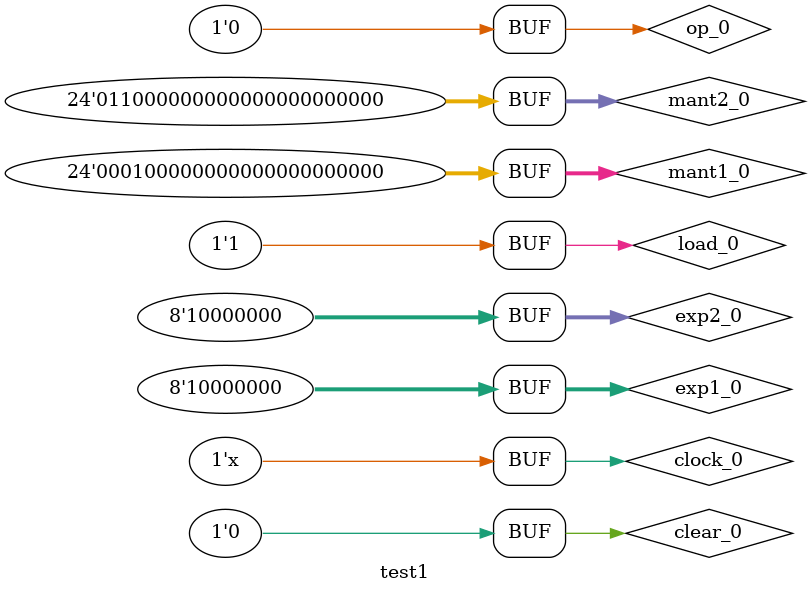
<source format=v>
`timescale 1ns / 1ps


module test1(

    );
    
    reg [23:0] mant1_0;
    reg [23:0] mant2_0;
    reg [7:0] exp1_0;
    reg [7:0] exp2_0; 
    wire[7:0] rout_1;
    reg op_0;
    wire[23:0] rout_0;  
    reg clear_0;
    reg load_0;
    reg clock_0; 
     
    design_1_wrapper ok(clear_0, clock_0, exp1_0, exp2_0, load_0, mant1_0, mant2_0, op_0, rout_0, rout_1);

    always
    #10 clock_0 = !clock_0;
    initial
    begin
    clock_0 = 1;
    load_0 = 1;
    clear_0 =0;
 
     op_0 = 0;
    
    //2.25
    //3.5
    #20;
    exp1_0 = 8'b10000000;
    exp2_0 = 8'b10000000;
    mant1_0 = 24'b000100000000000000000000; 
    mant2_0 = 24'b011000000000000000000000; 

    
    end
endmodule

</source>
